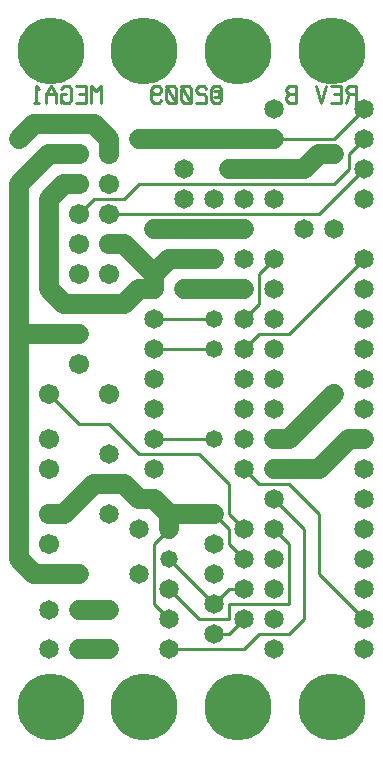
<source format=gbl>
%MOIN*%
%FSLAX25Y25*%
G04 D10 used for Character Trace; *
G04     Circle (OD=.01000) (No hole)*
G04 D11 used for Power Trace; *
G04     Circle (OD=.06500) (No hole)*
G04 D12 used for Signal Trace; *
G04     Circle (OD=.01100) (No hole)*
G04 D13 used for Via; *
G04     Circle (OD=.05800) (Round. Hole ID=.02800)*
G04 D14 used for Component hole; *
G04     Circle (OD=.06500) (Round. Hole ID=.03500)*
G04 D15 used for Component hole; *
G04     Circle (OD=.06700) (Round. Hole ID=.04300)*
G04 D16 used for Component hole; *
G04     Circle (OD=.08100) (Round. Hole ID=.05100)*
G04 D17 used for Component hole; *
G04     Circle (OD=.08900) (Round. Hole ID=.05900)*
G04 D18 used for Component hole; *
G04     Circle (OD=.11300) (Round. Hole ID=.08300)*
G04 D19 used for Component hole; *
G04     Circle (OD=.16000) (Round. Hole ID=.13000)*
G04 D20 used for Component hole; *
G04     Circle (OD=.18300) (Round. Hole ID=.15300)*
G04 D21 used for Component hole; *
G04     Circle (OD=.22291) (Round. Hole ID=.19291)*
%ADD10C,.01000*%
%ADD11C,.06500*%
%ADD12C,.01100*%
%ADD13C,.05800*%
%ADD14C,.06500*%
%ADD15C,.06700*%
%ADD16C,.08100*%
%ADD17C,.08900*%
%ADD18C,.11300*%
%ADD19C,.16000*%
%ADD20C,.18300*%
%ADD21C,.22291*%
%IPPOS*%
%LPD*%
G90*X0Y0D02*D21*X15625Y15625D03*D14*              
X35000Y35000D03*D11*X25000D01*D14*D03*            
X35000Y48000D03*D11*X25000D01*D14*D03*            
X15000Y35000D03*Y48000D03*D11*X10000Y60000D02*    
X25000D01*D14*D03*D15*X15000Y70000D03*D11*        
X10000Y60000D02*X5000Y65000D01*Y140000D01*        
X25000D01*D13*D03*D15*Y130000D03*D13*             
X20000Y150000D03*D11*X40000D01*X45000Y155000D01*  
X50000D01*D14*D03*D11*Y160000D01*X55000Y165000D01*
X70000D01*D13*D03*D14*X80000Y155000D03*D11*       
X60000D01*D13*D03*X70000Y145000D03*D12*X50000D01* 
D14*D03*Y135000D03*D12*X70000D01*D13*D03*D14*     
X80000Y125000D03*Y145000D03*D12*X85000Y150000D01* 
Y160000D01*X90000Y165000D01*D14*D03*              
X100000Y175000D03*X80000D03*D11*X50000D01*D13*D03*
D14*X60000Y185000D03*D12*X30000D02*X40000D01*     
X25000Y180000D02*X30000Y185000D01*D15*            
X25000Y180000D03*X35000Y170000D03*D11*X40000D01*  
X50000Y160000D01*D15*X35000D03*Y180000D03*D12*    
X105000D01*X120000Y195000D01*D14*D03*D12*         
X115000D02*Y200000D01*X110000Y190000D02*          
X115000Y195000D01*X45000Y190000D02*X110000D01*    
X40000Y185000D02*X45000Y190000D01*D15*X35000D03*  
X25000Y200000D03*D11*X15000D01*X5000Y190000D01*   
Y140000D01*X20000Y150000D02*X15000Y155000D01*     
Y185000D01*X20000Y190000D01*X25000D01*D15*D03*    
X35000Y200000D03*D11*Y205000D01*X30000Y210000D01* 
X10000D01*X5000Y205000D01*D13*D03*D10*            
X32511Y217129D02*Y222871D01*X30837Y220957D01*     
X29163Y222871D01*Y217129D01*X24163D02*X27511D01*  
Y222871D01*X24163D01*X27511Y220000D02*X25000D01*  
X19163Y218086D02*X20000Y217129D01*X21674D01*      
X22511Y218086D01*Y221914D01*X21674Y222871D01*     
X20000D01*X19163Y221914D01*X20837Y220000D02*      
X19163D01*Y217129D01*X17511D02*Y220000D01*        
X15837Y222871D01*X14163Y220000D01*Y217129D01*     
X17511Y220000D02*X14163D01*X11674Y221914D02*      
X10837Y222871D01*Y217129D01*X11674D02*X10000D01*  
D21*X15625Y234375D03*D15*X25000Y170000D03*D13*    
X45000Y205000D03*D11*X60000D01*D14*D03*D11*       
X75000D01*D14*D03*D11*X90000D01*D14*D03*D12*      
X110000D01*X120000Y215000D01*D14*D03*Y205000D03*  
D12*X115000Y200000D01*D13*X110000D03*D11*         
X105000D01*X100000Y195000D01*X90000D01*D14*D03*   
D11*X75000D01*D14*D03*X70000Y185000D03*X80000D03* 
X90000D03*X60000Y195000D03*X90000Y215000D03*D10*  
X70000Y220957D02*X71674D01*Y219043D01*X70000D01*  
X71674Y217129D02*X70000D01*X69163Y218086D01*      
Y221914D01*X70000Y222871D01*X71674D01*            
X72511Y221914D01*Y218086D01*X71674Y217129D01*     
X67511Y221914D02*X66674Y222871D01*X65000D01*      
X64163Y221914D01*Y220957D01*X65000Y220000D01*     
X66674D01*X67511Y219043D01*Y217129D01*X64163D01*  
X59163Y218086D02*X60000Y217129D01*X61674D01*      
X62511Y218086D01*Y221914D01*X61674Y222871D01*     
X60000D01*X59163Y221914D01*Y218086D01*            
X62511Y217129D02*X59163Y222871D01*                
X54163Y218086D02*X55000Y217129D01*X56674D01*      
X57511Y218086D01*Y221914D01*X56674Y222871D01*     
X55000D01*X54163Y221914D01*Y218086D01*            
X57511Y217129D02*X54163Y222871D01*                
X49163Y220957D02*X50000Y220000D01*X51674D01*      
X52511Y220957D01*Y221914D01*X51674Y222871D01*     
X50000D01*X49163Y221914D01*Y218086D01*            
X50000Y217129D01*X51674D01*X52511Y218086D01*      
X117511Y217129D02*Y222871D01*X115000D01*          
X114163Y221914D01*Y220957D01*X115000Y220000D01*   
X117511D01*X115000D02*X114163Y217129D01*          
X109163D02*X112511D01*Y222871D01*X109163D01*      
X112511Y220000D02*X110000D01*X107511Y222871D02*   
X105837Y217129D01*X104163Y222871D01*              
X97511Y217129D02*Y222871D01*X95000D01*            
X94163Y221914D01*Y220957D01*X95000Y220000D01*     
X94163Y219043D01*Y218086D01*X95000Y217129D01*     
X97511D01*Y220000D02*X95000D01*D14*               
X80000Y165000D03*X110000Y175000D03*D21*           
X109375Y234375D03*X78125D03*D14*X90000Y155000D03* 
D21*X46875Y234375D03*D14*X120000Y155000D03*       
Y165000D03*D12*X95000Y140000D01*X85000D01*        
X80000Y135000D01*D14*D03*X90000Y125000D03*        
Y145000D03*Y135000D03*X80000Y115000D03*X90000D03* 
X50000Y105000D03*D12*X70000D01*D13*D03*D12*       
X75000Y90000D02*X65000Y100000D01*X75000Y80000D02* 
Y90000D01*X80000Y75000D02*X75000Y80000D01*D14*    
X80000Y75000D03*D12*Y65000D02*X75000Y70000D01*D14*
X80000Y65000D03*D12*X75000Y70000D02*Y75000D01*    
X70000Y80000D01*D14*D03*D11*X55000D01*Y75000D01*  
D14*D03*D12*X50000Y70000D01*Y50000D01*            
X55000Y45000D01*D14*D03*D12*X65000D02*X75000D01*  
Y50000D01*X95000D01*Y70000D01*X90000Y75000D01*D14*
D03*D12*X100000Y45000D02*Y75000D01*               
X95000Y40000D02*X100000Y45000D01*X85000Y40000D02* 
X95000D01*X80000Y35000D02*X85000Y40000D01*        
X55000Y35000D02*X80000D01*D14*X55000D03*D12*      
X65000Y45000D02*X55000Y55000D01*D14*D03*          
X45000Y60000D03*D13*X55000Y65000D03*D12*          
X70000Y50000D01*D14*D03*D12*X75000Y55000D01*      
X80000D01*D14*D03*X90000Y45000D03*Y65000D03*      
X70000Y60000D03*X90000Y55000D03*X80000Y45000D03*  
D12*X75000Y40000D01*X70000D01*D14*D03*            
X90000Y35000D03*D21*X46875Y15625D03*X78125D03*D14*
X70000Y70000D03*D12*X100000Y75000D02*             
X90000Y85000D01*D14*D03*D12*X105000Y80000D02*     
X95000Y90000D01*X105000Y60000D02*Y80000D01*       
X120000Y45000D02*X105000Y60000D01*D14*            
X120000Y45000D03*Y55000D03*Y35000D03*Y65000D03*   
D21*X109375Y15625D03*D14*X120000Y75000D03*        
Y85000D03*D12*X85000Y90000D02*X95000D01*X85000D02*
X80000Y95000D01*D14*D03*X90000Y105000D03*D11*     
X95000D01*X110000Y120000D01*D13*D03*D14*          
X120000Y115000D03*Y125000D03*Y135000D03*D11*      
X105000Y95000D02*X115000Y105000D01*               
X100000Y95000D02*X105000D01*D13*X100000D03*D11*   
X90000D01*D14*D03*X80000Y105000D03*D12*           
X45000Y100000D02*X65000D01*X45000D02*             
X35000Y110000D01*X25000D01*X15000Y120000D01*D15*  
D03*Y105000D03*D14*X35000Y100000D03*D15*          
Y120000D03*X15000Y95000D03*D11*X20000Y80000D02*   
X30000Y90000D01*X15000Y80000D02*X20000D01*D15*    
X15000D03*D11*X30000Y90000D02*X40000D01*          
X45000Y85000D01*X50000D01*X55000Y80000D01*D14*    
X45000Y75000D03*X50000Y95000D03*X35000Y80000D03*  
X50000Y115000D03*Y125000D03*D11*X115000Y105000D02*
X120000D01*D14*D03*Y95000D03*Y145000D03*          
Y185000D03*D15*X25000Y160000D03*M02*              

</source>
